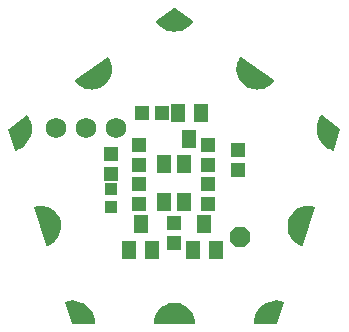
<source format=gbr>
G04 EAGLE Gerber RS-274X export*
G75*
%MOMM*%
%FSLAX34Y34*%
%LPD*%
%INSoldermask Top*%
%IPPOS*%
%AMOC8*
5,1,8,0,0,1.08239X$1,22.5*%
G01*
%ADD10R,1.303200X1.203200*%
%ADD11R,1.283200X1.581200*%
%ADD12R,1.203200X1.603200*%
%ADD13R,1.203200X1.303200*%
%ADD14R,1.003200X1.003200*%
%ADD15P,1.869504X8X22.500000*%
%ADD16C,1.727200*%
%ADD17C,1.003200*%

G36*
X72022Y198074D02*
X72022Y198074D01*
X72055Y198083D01*
X72104Y198084D01*
X74857Y198636D01*
X74889Y198650D01*
X74936Y198659D01*
X77561Y199657D01*
X77590Y199675D01*
X77635Y199692D01*
X80060Y201109D01*
X80086Y201132D01*
X80127Y201156D01*
X82286Y202952D01*
X82308Y202979D01*
X82345Y203010D01*
X84178Y205137D01*
X84192Y205162D01*
X84213Y205182D01*
X84241Y205248D01*
X84275Y205310D01*
X84279Y205339D01*
X84290Y205366D01*
X84289Y205437D01*
X84297Y205508D01*
X84289Y205536D01*
X84289Y205565D01*
X84261Y205630D01*
X84240Y205698D01*
X84222Y205721D01*
X84210Y205747D01*
X84140Y205819D01*
X84134Y205826D01*
X84123Y205842D01*
X84120Y205843D01*
X84113Y205851D01*
X84103Y205856D01*
X84094Y205866D01*
X56594Y225866D01*
X56567Y225878D01*
X56545Y225897D01*
X56477Y225919D01*
X56413Y225949D01*
X56384Y225950D01*
X56356Y225959D01*
X56285Y225952D01*
X56214Y225954D01*
X56187Y225944D01*
X56158Y225941D01*
X56095Y225908D01*
X56029Y225882D01*
X56008Y225861D01*
X55982Y225848D01*
X55935Y225793D01*
X55928Y225789D01*
X55920Y225776D01*
X55917Y225772D01*
X55887Y225743D01*
X55882Y225732D01*
X55873Y225722D01*
X54415Y223322D01*
X54403Y223290D01*
X54378Y223248D01*
X53335Y220642D01*
X53333Y220632D01*
X53331Y220629D01*
X53326Y220602D01*
X53310Y220563D01*
X52710Y217820D01*
X52710Y217785D01*
X52699Y217738D01*
X52559Y214933D01*
X52564Y214899D01*
X52561Y214851D01*
X52884Y212062D01*
X52895Y212029D01*
X52900Y211981D01*
X53678Y209283D01*
X53692Y209256D01*
X53693Y209255D01*
X53694Y209252D01*
X53707Y209206D01*
X54919Y206672D01*
X54939Y206644D01*
X54960Y206601D01*
X56572Y204302D01*
X56597Y204278D01*
X56624Y204238D01*
X58593Y202235D01*
X58621Y202216D01*
X58655Y202182D01*
X60926Y200530D01*
X60957Y200516D01*
X60996Y200487D01*
X63508Y199232D01*
X63542Y199223D01*
X63585Y199201D01*
X66269Y198376D01*
X66304Y198373D01*
X66350Y198359D01*
X69133Y197987D01*
X69167Y197989D01*
X69215Y197983D01*
X72022Y198074D01*
G37*
G36*
X-69181Y197989D02*
X-69181Y197989D01*
X-69133Y197987D01*
X-66350Y198359D01*
X-66317Y198370D01*
X-66269Y198376D01*
X-63585Y199201D01*
X-63554Y199218D01*
X-63508Y199232D01*
X-60996Y200487D01*
X-60969Y200508D01*
X-60926Y200530D01*
X-58655Y202182D01*
X-58632Y202207D01*
X-58593Y202235D01*
X-56624Y204238D01*
X-56606Y204267D01*
X-56572Y204302D01*
X-54960Y206601D01*
X-54946Y206633D01*
X-54919Y206672D01*
X-53707Y209206D01*
X-53699Y209239D01*
X-53678Y209283D01*
X-52900Y211981D01*
X-52898Y212015D01*
X-52884Y212062D01*
X-52561Y214851D01*
X-52564Y214886D01*
X-52559Y214933D01*
X-52699Y217738D01*
X-52708Y217772D01*
X-52710Y217820D01*
X-53310Y220563D01*
X-53324Y220595D01*
X-53335Y220642D01*
X-54378Y223248D01*
X-54397Y223277D01*
X-54415Y223322D01*
X-55873Y225722D01*
X-55893Y225743D01*
X-55906Y225769D01*
X-55946Y225804D01*
X-55952Y225812D01*
X-55962Y225817D01*
X-56008Y225868D01*
X-56035Y225880D01*
X-56057Y225899D01*
X-56125Y225920D01*
X-56190Y225949D01*
X-56219Y225950D01*
X-56247Y225959D01*
X-56317Y225952D01*
X-56389Y225954D01*
X-56416Y225943D01*
X-56445Y225940D01*
X-56523Y225901D01*
X-56524Y225901D01*
X-56525Y225901D01*
X-56534Y225896D01*
X-56573Y225880D01*
X-56581Y225872D01*
X-56594Y225866D01*
X-84094Y205866D01*
X-84113Y205845D01*
X-84138Y205830D01*
X-84146Y205819D01*
X-84148Y205817D01*
X-84180Y205772D01*
X-84228Y205720D01*
X-84238Y205692D01*
X-84255Y205668D01*
X-84271Y205599D01*
X-84294Y205532D01*
X-84293Y205503D01*
X-84299Y205475D01*
X-84287Y205405D01*
X-84282Y205334D01*
X-84269Y205308D01*
X-84264Y205279D01*
X-84213Y205194D01*
X-84194Y205156D01*
X-84185Y205148D01*
X-84178Y205137D01*
X-82345Y203010D01*
X-82317Y202989D01*
X-82286Y202952D01*
X-80127Y201156D01*
X-80097Y201140D01*
X-80060Y201109D01*
X-77635Y199692D01*
X-77602Y199681D01*
X-77561Y199657D01*
X-74936Y198659D01*
X-74902Y198653D01*
X-74857Y198636D01*
X-72104Y198084D01*
X-72069Y198084D01*
X-72022Y198074D01*
X-69215Y197983D01*
X-69181Y197989D01*
G37*
G36*
X17029Y-631D02*
X17029Y-631D01*
X17058Y-633D01*
X17125Y-611D01*
X17195Y-597D01*
X17219Y-581D01*
X17247Y-572D01*
X17300Y-525D01*
X17359Y-485D01*
X17375Y-460D01*
X17397Y-441D01*
X17428Y-377D01*
X17466Y-317D01*
X17471Y-288D01*
X17483Y-262D01*
X17492Y-163D01*
X17499Y-121D01*
X17496Y-110D01*
X17498Y-96D01*
X17266Y2702D01*
X17256Y2735D01*
X17252Y2783D01*
X16563Y5505D01*
X16548Y5536D01*
X16536Y5583D01*
X15408Y8154D01*
X15388Y8182D01*
X15369Y8227D01*
X13833Y10577D01*
X13809Y10602D01*
X13783Y10642D01*
X11881Y12708D01*
X11853Y12728D01*
X11820Y12764D01*
X9605Y14488D01*
X9574Y14504D01*
X9536Y14533D01*
X7066Y15870D01*
X7033Y15880D01*
X6991Y15903D01*
X4351Y16809D01*
X4335Y16815D01*
X4301Y16819D01*
X4255Y16835D01*
X1486Y17297D01*
X1451Y17296D01*
X1404Y17304D01*
X-1404Y17304D01*
X-1438Y17297D01*
X-1486Y17297D01*
X-4255Y16835D01*
X-4288Y16822D01*
X-4335Y16815D01*
X-6991Y15903D01*
X-7021Y15885D01*
X-7066Y15870D01*
X-9536Y14533D01*
X-9562Y14511D01*
X-9605Y14488D01*
X-11820Y12764D01*
X-11843Y12737D01*
X-11881Y12708D01*
X-13783Y10642D01*
X-13801Y10613D01*
X-13833Y10577D01*
X-15369Y8227D01*
X-15382Y8194D01*
X-15408Y8154D01*
X-16536Y5583D01*
X-16543Y5549D01*
X-16546Y5543D01*
X-16552Y5534D01*
X-16553Y5527D01*
X-16563Y5505D01*
X-17252Y2783D01*
X-17254Y2748D01*
X-17266Y2702D01*
X-17498Y-96D01*
X-17494Y-125D01*
X-17499Y-154D01*
X-17483Y-223D01*
X-17474Y-294D01*
X-17460Y-319D01*
X-17453Y-347D01*
X-17411Y-405D01*
X-17376Y-466D01*
X-17352Y-484D01*
X-17335Y-508D01*
X-17274Y-544D01*
X-17217Y-587D01*
X-17189Y-594D01*
X-17164Y-609D01*
X-17066Y-626D01*
X-17025Y-636D01*
X-17014Y-634D01*
X-17000Y-637D01*
X17000Y-637D01*
X17029Y-631D01*
G37*
G36*
X108131Y65569D02*
X108131Y65569D01*
X108160Y65567D01*
X108227Y65589D01*
X108297Y65604D01*
X108321Y65620D01*
X108348Y65629D01*
X108402Y65676D01*
X108460Y65717D01*
X108476Y65741D01*
X108498Y65761D01*
X108544Y65849D01*
X108567Y65885D01*
X108568Y65896D01*
X108575Y65908D01*
X119075Y98208D01*
X119078Y98237D01*
X119089Y98264D01*
X119089Y98335D01*
X119097Y98406D01*
X119089Y98434D01*
X119089Y98463D01*
X119061Y98528D01*
X119041Y98596D01*
X119023Y98619D01*
X119011Y98646D01*
X118960Y98695D01*
X118915Y98750D01*
X118889Y98764D01*
X118868Y98784D01*
X118776Y98822D01*
X118739Y98842D01*
X118727Y98843D01*
X118715Y98848D01*
X115985Y99492D01*
X115950Y99493D01*
X115903Y99505D01*
X113105Y99690D01*
X113070Y99686D01*
X113022Y99689D01*
X110231Y99412D01*
X110198Y99401D01*
X110150Y99397D01*
X107443Y98664D01*
X107412Y98648D01*
X107365Y98636D01*
X104816Y97467D01*
X104788Y97447D01*
X104744Y97427D01*
X102421Y95854D01*
X102397Y95829D01*
X102357Y95803D01*
X100325Y93869D01*
X100305Y93841D01*
X100270Y93808D01*
X98584Y91567D01*
X98569Y91535D01*
X98540Y91497D01*
X97246Y89009D01*
X97236Y88975D01*
X97214Y88933D01*
X96347Y86265D01*
X96343Y86231D01*
X96328Y86185D01*
X95912Y83411D01*
X95913Y83377D01*
X95906Y83329D01*
X95952Y80525D01*
X95952Y80524D01*
X95953Y80523D01*
X95960Y80491D01*
X95960Y80443D01*
X96467Y77684D01*
X96480Y77652D01*
X96489Y77605D01*
X97443Y74967D01*
X97461Y74938D01*
X97477Y74892D01*
X98852Y72448D01*
X98875Y72422D01*
X98899Y72379D01*
X100657Y70195D01*
X100684Y70173D01*
X100714Y70135D01*
X102809Y68269D01*
X102838Y68252D01*
X102874Y68220D01*
X105247Y66725D01*
X105280Y66712D01*
X105320Y66686D01*
X107907Y65602D01*
X107936Y65596D01*
X107961Y65583D01*
X108032Y65577D01*
X108102Y65563D01*
X108131Y65569D01*
G37*
G36*
X-108098Y65568D02*
X-108098Y65568D01*
X-108069Y65564D01*
X-107972Y65587D01*
X-107930Y65593D01*
X-107920Y65599D01*
X-107907Y65602D01*
X-105320Y66686D01*
X-105292Y66706D01*
X-105247Y66725D01*
X-102874Y68220D01*
X-102849Y68244D01*
X-102809Y68269D01*
X-100714Y70135D01*
X-100693Y70163D01*
X-100657Y70195D01*
X-98899Y72379D01*
X-98883Y72410D01*
X-98852Y72448D01*
X-97477Y74892D01*
X-97467Y74925D01*
X-97443Y74967D01*
X-96489Y77605D01*
X-96484Y77639D01*
X-96467Y77684D01*
X-95960Y80443D01*
X-95961Y80477D01*
X-95952Y80525D01*
X-95906Y83329D01*
X-95913Y83363D01*
X-95912Y83411D01*
X-96328Y86185D01*
X-96340Y86218D01*
X-96347Y86265D01*
X-97214Y88933D01*
X-97231Y88963D01*
X-97246Y89009D01*
X-98540Y91497D01*
X-98562Y91524D01*
X-98584Y91567D01*
X-100270Y93808D01*
X-100296Y93831D01*
X-100325Y93869D01*
X-102357Y95803D01*
X-102387Y95821D01*
X-102421Y95854D01*
X-104744Y97427D01*
X-104776Y97440D01*
X-104816Y97467D01*
X-107365Y98636D01*
X-107399Y98643D01*
X-107443Y98664D01*
X-110150Y99397D01*
X-110185Y99399D01*
X-110231Y99412D01*
X-113022Y99689D01*
X-113057Y99685D01*
X-113105Y99690D01*
X-115903Y99505D01*
X-115937Y99495D01*
X-115985Y99492D01*
X-118715Y98848D01*
X-118741Y98836D01*
X-118770Y98832D01*
X-118831Y98795D01*
X-118895Y98765D01*
X-118915Y98744D01*
X-118940Y98728D01*
X-118981Y98671D01*
X-119029Y98618D01*
X-119039Y98591D01*
X-119056Y98567D01*
X-119071Y98497D01*
X-119095Y98430D01*
X-119093Y98401D01*
X-119099Y98373D01*
X-119085Y98275D01*
X-119082Y98232D01*
X-119077Y98222D01*
X-119075Y98208D01*
X-108575Y65908D01*
X-108560Y65883D01*
X-108554Y65854D01*
X-108512Y65797D01*
X-108477Y65735D01*
X-108454Y65717D01*
X-108437Y65694D01*
X-108376Y65657D01*
X-108319Y65614D01*
X-108291Y65607D01*
X-108266Y65592D01*
X-108196Y65582D01*
X-108127Y65564D01*
X-108098Y65568D01*
G37*
G36*
X-67572Y-631D02*
X-67572Y-631D01*
X-67545Y-634D01*
X-67476Y-612D01*
X-67405Y-597D01*
X-67382Y-581D01*
X-67355Y-573D01*
X-67301Y-525D01*
X-67241Y-485D01*
X-67226Y-461D01*
X-67205Y-443D01*
X-67173Y-378D01*
X-67134Y-317D01*
X-67129Y-289D01*
X-67117Y-264D01*
X-67108Y-162D01*
X-67101Y-121D01*
X-67103Y-111D01*
X-67102Y-98D01*
X-67336Y2878D01*
X-67345Y2910D01*
X-67348Y2955D01*
X-68044Y5858D01*
X-68058Y5888D01*
X-68068Y5933D01*
X-69210Y8691D01*
X-69229Y8719D01*
X-69246Y8761D01*
X-70805Y11307D01*
X-70828Y11331D01*
X-70851Y11370D01*
X-72789Y13641D01*
X-72816Y13661D01*
X-72845Y13696D01*
X-75114Y15636D01*
X-75144Y15652D01*
X-75178Y15682D01*
X-77723Y17242D01*
X-77754Y17254D01*
X-77793Y17278D01*
X-80551Y18421D01*
X-80583Y18427D01*
X-80625Y18445D01*
X-83528Y19143D01*
X-83561Y19144D01*
X-83605Y19155D01*
X-86581Y19390D01*
X-86614Y19386D01*
X-86660Y19390D01*
X-89636Y19156D01*
X-89668Y19147D01*
X-89713Y19144D01*
X-92616Y18448D01*
X-92642Y18436D01*
X-92670Y18432D01*
X-92732Y18394D01*
X-92797Y18364D01*
X-92816Y18343D01*
X-92840Y18328D01*
X-92882Y18270D01*
X-92930Y18216D01*
X-92939Y18190D01*
X-92956Y18166D01*
X-92971Y18096D01*
X-92995Y18028D01*
X-92993Y18000D01*
X-92999Y17972D01*
X-92984Y17872D01*
X-92981Y17830D01*
X-92977Y17821D01*
X-92975Y17808D01*
X-87075Y-292D01*
X-87060Y-318D01*
X-87053Y-347D01*
X-87011Y-404D01*
X-86977Y-465D01*
X-86953Y-483D01*
X-86935Y-508D01*
X-86875Y-543D01*
X-86819Y-586D01*
X-86790Y-594D01*
X-86764Y-609D01*
X-86668Y-625D01*
X-86626Y-636D01*
X-86615Y-634D01*
X-86600Y-637D01*
X-67600Y-637D01*
X-67572Y-631D01*
G37*
G36*
X86629Y-631D02*
X86629Y-631D01*
X86659Y-633D01*
X86726Y-611D01*
X86795Y-597D01*
X86820Y-580D01*
X86848Y-571D01*
X86901Y-524D01*
X86959Y-485D01*
X86975Y-459D01*
X86997Y-440D01*
X87043Y-354D01*
X87066Y-317D01*
X87068Y-305D01*
X87075Y-292D01*
X92975Y17808D01*
X92978Y17836D01*
X92989Y17862D01*
X92989Y17934D01*
X92997Y18005D01*
X92989Y18033D01*
X92989Y18061D01*
X92962Y18127D01*
X92941Y18196D01*
X92923Y18218D01*
X92912Y18244D01*
X92861Y18294D01*
X92815Y18350D01*
X92790Y18363D01*
X92770Y18383D01*
X92676Y18423D01*
X92639Y18442D01*
X92628Y18443D01*
X92616Y18448D01*
X89713Y19144D01*
X89680Y19145D01*
X89636Y19156D01*
X86660Y19390D01*
X86627Y19386D01*
X86581Y19390D01*
X83605Y19155D01*
X83573Y19146D01*
X83528Y19143D01*
X80625Y18445D01*
X80595Y18431D01*
X80551Y18421D01*
X77838Y17297D01*
X77793Y17278D01*
X77765Y17259D01*
X77723Y17242D01*
X75178Y15682D01*
X75154Y15659D01*
X75114Y15636D01*
X72845Y13696D01*
X72824Y13670D01*
X72789Y13641D01*
X70851Y11370D01*
X70835Y11341D01*
X70805Y11307D01*
X69246Y8761D01*
X69234Y8730D01*
X69210Y8691D01*
X68068Y5933D01*
X68062Y5900D01*
X68044Y5858D01*
X67348Y2955D01*
X67347Y2922D01*
X67336Y2878D01*
X67102Y-98D01*
X67106Y-126D01*
X67101Y-154D01*
X67118Y-224D01*
X67127Y-296D01*
X67141Y-320D01*
X67147Y-347D01*
X67190Y-406D01*
X67226Y-468D01*
X67248Y-485D01*
X67265Y-508D01*
X67327Y-544D01*
X67385Y-588D01*
X67412Y-595D01*
X67436Y-609D01*
X67537Y-626D01*
X67577Y-636D01*
X67588Y-635D01*
X67600Y-637D01*
X86600Y-637D01*
X86629Y-631D01*
G37*
G36*
X3017Y247152D02*
X3017Y247152D01*
X3049Y247162D01*
X3094Y247165D01*
X5999Y247862D01*
X6029Y247876D01*
X6073Y247886D01*
X8833Y249029D01*
X8861Y249048D01*
X8903Y249065D01*
X11450Y250626D01*
X11474Y250648D01*
X11513Y250672D01*
X13784Y252612D01*
X13805Y252638D01*
X13840Y252667D01*
X15780Y254938D01*
X15794Y254964D01*
X15814Y254984D01*
X15842Y255050D01*
X15876Y255112D01*
X15879Y255141D01*
X15890Y255168D01*
X15890Y255239D01*
X15897Y255310D01*
X15889Y255338D01*
X15888Y255367D01*
X15860Y255432D01*
X15839Y255500D01*
X15820Y255522D01*
X15809Y255549D01*
X15739Y255620D01*
X15712Y255653D01*
X15702Y255658D01*
X15692Y255668D01*
X292Y266768D01*
X266Y266779D01*
X245Y266798D01*
X176Y266820D01*
X111Y266849D01*
X82Y266850D01*
X55Y266859D01*
X-16Y266852D01*
X-88Y266854D01*
X-114Y266843D01*
X-143Y266841D01*
X-234Y266796D01*
X-273Y266781D01*
X-280Y266773D01*
X-292Y266768D01*
X-15692Y255668D01*
X-15712Y255646D01*
X-15737Y255631D01*
X-15779Y255574D01*
X-15827Y255521D01*
X-15837Y255494D01*
X-15854Y255471D01*
X-15870Y255401D01*
X-15894Y255334D01*
X-15892Y255305D01*
X-15899Y255277D01*
X-15887Y255207D01*
X-15883Y255136D01*
X-15870Y255110D01*
X-15865Y255081D01*
X-15814Y254995D01*
X-15795Y254957D01*
X-15787Y254950D01*
X-15780Y254938D01*
X-13840Y252667D01*
X-13814Y252646D01*
X-13784Y252612D01*
X-11513Y250672D01*
X-11484Y250656D01*
X-11450Y250626D01*
X-8903Y249065D01*
X-8872Y249054D01*
X-8833Y249029D01*
X-6073Y247886D01*
X-6041Y247880D01*
X-5999Y247862D01*
X-3094Y247165D01*
X-3061Y247164D01*
X-3017Y247152D01*
X-39Y246918D01*
X-6Y246922D01*
X39Y246918D01*
X3017Y247152D01*
G37*
G36*
X134332Y146069D02*
X134332Y146069D01*
X134361Y146067D01*
X134429Y146090D01*
X134499Y146105D01*
X134522Y146121D01*
X134550Y146130D01*
X134603Y146177D01*
X134662Y146218D01*
X134677Y146243D01*
X134699Y146262D01*
X134745Y146351D01*
X134767Y146387D01*
X134769Y146398D01*
X134775Y146409D01*
X140575Y164409D01*
X140578Y164438D01*
X140590Y164464D01*
X140589Y164536D01*
X140597Y164607D01*
X140589Y164634D01*
X140589Y164663D01*
X140561Y164729D01*
X140540Y164798D01*
X140522Y164820D01*
X140511Y164846D01*
X140441Y164918D01*
X140414Y164951D01*
X140404Y164956D01*
X140395Y164965D01*
X125095Y176165D01*
X125068Y176178D01*
X125046Y176197D01*
X124979Y176219D01*
X124914Y176249D01*
X124885Y176249D01*
X124857Y176258D01*
X124787Y176252D01*
X124716Y176255D01*
X124688Y176244D01*
X124659Y176242D01*
X124596Y176208D01*
X124530Y176183D01*
X124509Y176162D01*
X124484Y176149D01*
X124418Y176074D01*
X124388Y176044D01*
X124383Y176034D01*
X124374Y176023D01*
X122819Y173483D01*
X122808Y173452D01*
X122784Y173414D01*
X121645Y170662D01*
X121639Y170629D01*
X121621Y170587D01*
X120927Y167692D01*
X120926Y167658D01*
X120915Y167614D01*
X120682Y164645D01*
X120686Y164612D01*
X120682Y164567D01*
X120917Y161598D01*
X120926Y161566D01*
X120929Y161521D01*
X121626Y158626D01*
X121640Y158595D01*
X121650Y158551D01*
X122790Y155800D01*
X122809Y155773D01*
X122826Y155730D01*
X124383Y153192D01*
X124406Y153168D01*
X124429Y153129D01*
X126364Y150865D01*
X126390Y150844D01*
X126419Y150809D01*
X128685Y148876D01*
X128714Y148860D01*
X128748Y148830D01*
X131288Y147275D01*
X131319Y147264D01*
X131357Y147240D01*
X134109Y146101D01*
X134137Y146096D01*
X134163Y146083D01*
X134234Y146077D01*
X134304Y146063D01*
X134332Y146069D01*
G37*
G36*
X-134300Y146068D02*
X-134300Y146068D01*
X-134271Y146064D01*
X-134173Y146087D01*
X-134131Y146093D01*
X-134122Y146098D01*
X-134109Y146101D01*
X-131357Y147240D01*
X-131330Y147258D01*
X-131288Y147275D01*
X-128748Y148830D01*
X-128724Y148853D01*
X-128685Y148876D01*
X-126419Y150809D01*
X-126399Y150836D01*
X-126364Y150865D01*
X-124429Y153129D01*
X-124413Y153158D01*
X-124383Y153192D01*
X-122826Y155730D01*
X-122815Y155762D01*
X-122790Y155800D01*
X-121650Y158551D01*
X-121643Y158584D01*
X-121626Y158626D01*
X-120929Y161521D01*
X-120928Y161554D01*
X-120917Y161598D01*
X-120682Y164567D01*
X-120686Y164600D01*
X-120682Y164645D01*
X-120915Y167614D01*
X-120924Y167646D01*
X-120927Y167692D01*
X-121621Y170587D01*
X-121635Y170618D01*
X-121645Y170662D01*
X-122784Y173414D01*
X-122802Y173441D01*
X-122819Y173483D01*
X-124374Y176023D01*
X-124394Y176045D01*
X-124407Y176071D01*
X-124461Y176117D01*
X-124510Y176169D01*
X-124536Y176181D01*
X-124559Y176199D01*
X-124626Y176221D01*
X-124691Y176250D01*
X-124720Y176250D01*
X-124748Y176259D01*
X-124819Y176252D01*
X-124890Y176254D01*
X-124917Y176243D01*
X-124946Y176240D01*
X-125035Y176195D01*
X-125075Y176179D01*
X-125083Y176172D01*
X-125095Y176165D01*
X-140395Y164965D01*
X-140414Y164944D01*
X-140439Y164929D01*
X-140481Y164871D01*
X-140529Y164818D01*
X-140538Y164791D01*
X-140555Y164768D01*
X-140571Y164698D01*
X-140595Y164631D01*
X-140593Y164602D01*
X-140599Y164574D01*
X-140585Y164474D01*
X-140582Y164432D01*
X-140577Y164423D01*
X-140575Y164409D01*
X-134775Y146409D01*
X-134761Y146384D01*
X-134755Y146356D01*
X-134713Y146299D01*
X-134678Y146236D01*
X-134655Y146219D01*
X-134638Y146195D01*
X-134577Y146158D01*
X-134520Y146115D01*
X-134493Y146107D01*
X-134468Y146092D01*
X-134397Y146082D01*
X-134328Y146064D01*
X-134300Y146068D01*
G37*
D10*
X53975Y129613D03*
X53975Y146613D03*
D11*
X8500Y135103D03*
X-8500Y135103D03*
X-8500Y103023D03*
X8500Y103023D03*
D12*
X-28575Y84025D03*
X-19075Y62025D03*
X-38075Y62025D03*
X25400Y84025D03*
X34900Y62025D03*
X15900Y62025D03*
X12700Y155688D03*
X3200Y177688D03*
X22200Y177688D03*
D10*
X28575Y134375D03*
X28575Y151375D03*
X28575Y118038D03*
X28575Y101038D03*
X-30163Y151375D03*
X-30163Y134375D03*
X-30163Y118038D03*
X-30163Y101038D03*
X0Y84700D03*
X0Y67700D03*
D13*
X-10550Y177800D03*
X-27550Y177800D03*
D14*
X-53975Y113863D03*
X-53975Y98863D03*
D15*
X55563Y73025D03*
D10*
X-53975Y143438D03*
X-53975Y126438D03*
D16*
X-49213Y165100D03*
X-74613Y165100D03*
X-100013Y165100D03*
D17*
X0Y259563D03*
X133600Y162463D03*
X82600Y5363D03*
X-82600Y5363D03*
X-133600Y162463D03*
X66800Y211063D03*
X108100Y83963D03*
X0Y5363D03*
X-108100Y83963D03*
X-66800Y211063D03*
M02*

</source>
